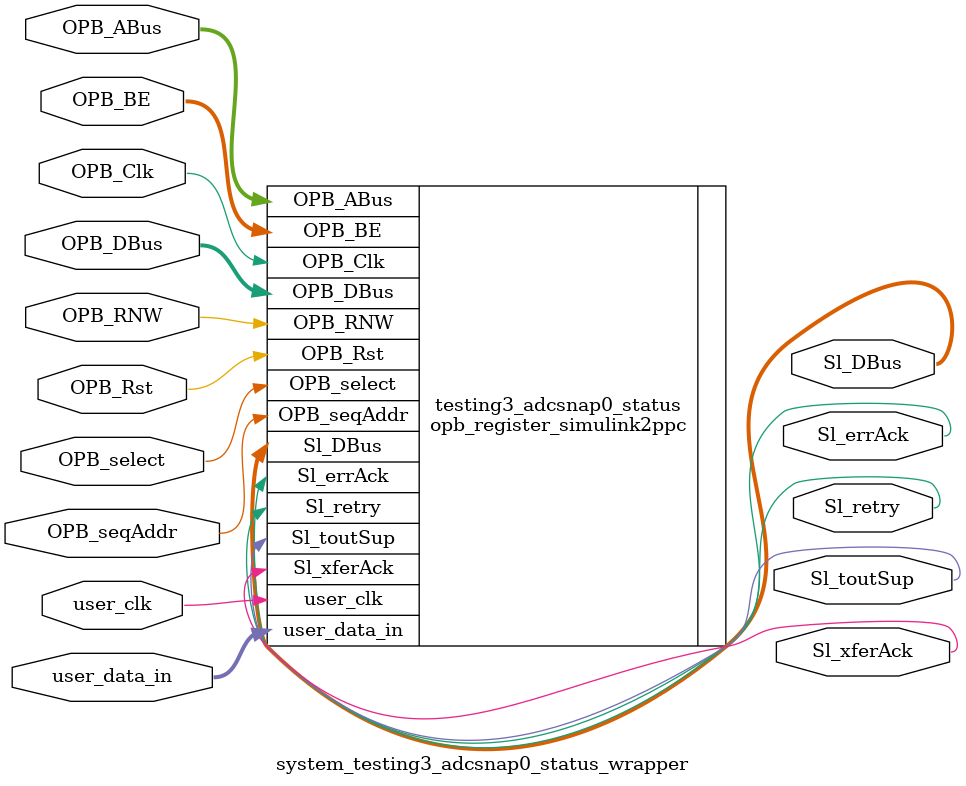
<source format=v>

module system_testing3_adcsnap0_status_wrapper
  (
    OPB_Clk,
    OPB_Rst,
    Sl_DBus,
    Sl_errAck,
    Sl_retry,
    Sl_toutSup,
    Sl_xferAck,
    OPB_ABus,
    OPB_BE,
    OPB_DBus,
    OPB_RNW,
    OPB_select,
    OPB_seqAddr,
    user_data_in,
    user_clk
  );
  input OPB_Clk;
  input OPB_Rst;
  output [0:31] Sl_DBus;
  output Sl_errAck;
  output Sl_retry;
  output Sl_toutSup;
  output Sl_xferAck;
  input [0:31] OPB_ABus;
  input [0:3] OPB_BE;
  input [0:31] OPB_DBus;
  input OPB_RNW;
  input OPB_select;
  input OPB_seqAddr;
  input [31:0] user_data_in;
  input user_clk;

  opb_register_simulink2ppc
    #(
      .C_BASEADDR ( 32'h01008100 ),
      .C_HIGHADDR ( 32'h010081FF ),
      .C_OPB_AWIDTH ( 32 ),
      .C_OPB_DWIDTH ( 32 ),
      .C_FAMILY ( "virtex6" )
    )
    testing3_adcsnap0_status (
      .OPB_Clk ( OPB_Clk ),
      .OPB_Rst ( OPB_Rst ),
      .Sl_DBus ( Sl_DBus ),
      .Sl_errAck ( Sl_errAck ),
      .Sl_retry ( Sl_retry ),
      .Sl_toutSup ( Sl_toutSup ),
      .Sl_xferAck ( Sl_xferAck ),
      .OPB_ABus ( OPB_ABus ),
      .OPB_BE ( OPB_BE ),
      .OPB_DBus ( OPB_DBus ),
      .OPB_RNW ( OPB_RNW ),
      .OPB_select ( OPB_select ),
      .OPB_seqAddr ( OPB_seqAddr ),
      .user_data_in ( user_data_in ),
      .user_clk ( user_clk )
    );

endmodule


</source>
